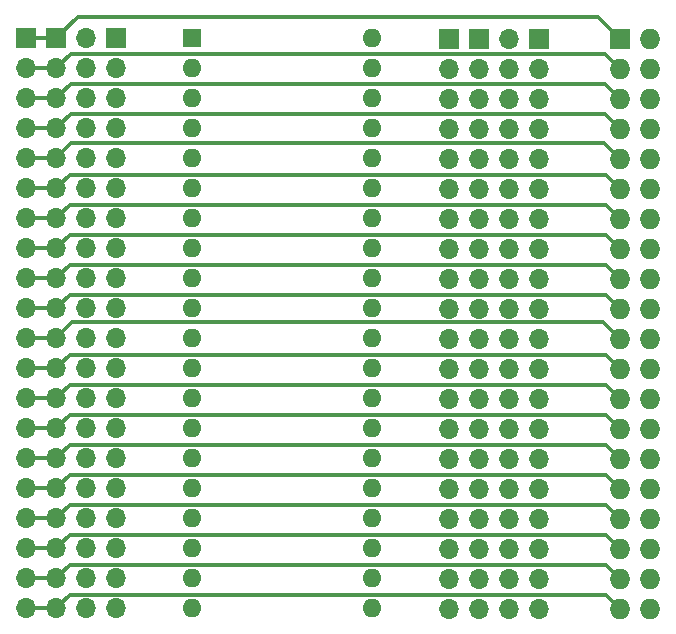
<source format=gbr>
%TF.GenerationSoftware,KiCad,Pcbnew,(5.99.0-7714-g70c397a9b4)*%
%TF.CreationDate,2021-02-07T01:03:56+03:00*%
%TF.ProjectId,dipext-pin_r4,64697065-7874-42d7-9069-6e5f72342e6b,rev?*%
%TF.SameCoordinates,Original*%
%TF.FileFunction,Copper,L2,Bot*%
%TF.FilePolarity,Positive*%
%FSLAX46Y46*%
G04 Gerber Fmt 4.6, Leading zero omitted, Abs format (unit mm)*
G04 Created by KiCad (PCBNEW (5.99.0-7714-g70c397a9b4)) date 2021-02-07 01:03:56*
%MOMM*%
%LPD*%
G01*
G04 APERTURE LIST*
%TA.AperFunction,ComponentPad*%
%ADD10R,1.700000X1.700000*%
%TD*%
%TA.AperFunction,ComponentPad*%
%ADD11O,1.700000X1.700000*%
%TD*%
%TA.AperFunction,ComponentPad*%
%ADD12R,1.600000X1.600000*%
%TD*%
%TA.AperFunction,ComponentPad*%
%ADD13O,1.600000X1.600000*%
%TD*%
%TA.AperFunction,ComponentPad*%
%ADD14R,1.727200X1.727200*%
%TD*%
%TA.AperFunction,ComponentPad*%
%ADD15O,1.727200X1.727200*%
%TD*%
%TA.AperFunction,Conductor*%
%ADD16C,0.304800*%
%TD*%
G04 APERTURE END LIST*
D10*
%TO.P,J7,1,Pin_1*%
%TO.N,/P1*%
X42824399Y-46431201D03*
D11*
%TO.P,J7,2,Pin_2*%
%TO.N,/P2*%
X42824399Y-48971201D03*
%TO.P,J7,3,Pin_3*%
%TO.N,/P3*%
X42824399Y-51511201D03*
%TO.P,J7,4,Pin_4*%
%TO.N,/P4*%
X42824399Y-54051201D03*
%TO.P,J7,5,Pin_5*%
%TO.N,/P5*%
X42824399Y-56591201D03*
%TO.P,J7,6,Pin_6*%
%TO.N,/P6*%
X42824399Y-59131201D03*
%TO.P,J7,7,Pin_7*%
%TO.N,/P7*%
X42824399Y-61671201D03*
%TO.P,J7,8,Pin_8*%
%TO.N,/P8*%
X42824399Y-64211201D03*
%TO.P,J7,9,Pin_9*%
%TO.N,/P9*%
X42824399Y-66751201D03*
%TO.P,J7,10,Pin_10*%
%TO.N,/P10*%
X42824399Y-69291201D03*
%TO.P,J7,11,Pin_11*%
%TO.N,/P11*%
X42824399Y-71831201D03*
%TO.P,J7,12,Pin_12*%
%TO.N,/P12*%
X42824399Y-74371201D03*
%TO.P,J7,13,Pin_13*%
%TO.N,/P13*%
X42824399Y-76911201D03*
%TO.P,J7,14,Pin_14*%
%TO.N,/P14*%
X42824399Y-79451201D03*
%TO.P,J7,15,Pin_15*%
%TO.N,/P15*%
X42824399Y-81991201D03*
%TO.P,J7,16,Pin_16*%
%TO.N,/P16*%
X42824399Y-84531201D03*
%TO.P,J7,17,Pin_17*%
%TO.N,/P17*%
X42824399Y-87071201D03*
%TO.P,J7,18,Pin_18*%
%TO.N,/P18*%
X42824399Y-89611201D03*
%TO.P,J7,19,Pin_19*%
%TO.N,/P19*%
X42824399Y-92151201D03*
%TO.P,J7,20,Pin_20*%
%TO.N,/P20*%
X42824399Y-94691201D03*
%TD*%
D12*
%TO.P,J1,1,Pin_1*%
%TO.N,Net-(J1-Pad1)*%
X56895999Y-46431201D03*
D13*
%TO.P,J1,2,Pin_2*%
%TO.N,Net-(J1-Pad2)*%
X56895999Y-48971201D03*
%TO.P,J1,3,Pin_3*%
%TO.N,Net-(J1-Pad3)*%
X56895999Y-51511201D03*
%TO.P,J1,4,Pin_4*%
%TO.N,Net-(J1-Pad4)*%
X56895999Y-54051201D03*
%TO.P,J1,5,Pin_5*%
%TO.N,Net-(J1-Pad5)*%
X56895999Y-56591201D03*
%TO.P,J1,6,Pin_6*%
%TO.N,Net-(J1-Pad6)*%
X56895999Y-59131201D03*
%TO.P,J1,7,Pin_7*%
%TO.N,Net-(J1-Pad7)*%
X56895999Y-61671201D03*
%TO.P,J1,8,Pin_8*%
%TO.N,Net-(J1-Pad8)*%
X56895999Y-64211201D03*
%TO.P,J1,9,Pin_9*%
%TO.N,Net-(J1-Pad9)*%
X56895999Y-66751201D03*
%TO.P,J1,10,Pin_10*%
%TO.N,Net-(J1-Pad10)*%
X56895999Y-69291201D03*
%TO.P,J1,11,Pin_11*%
%TO.N,Net-(J1-Pad11)*%
X56895999Y-71831201D03*
%TO.P,J1,12,Pin_12*%
%TO.N,Net-(J1-Pad12)*%
X56895999Y-74371201D03*
%TO.P,J1,13,Pin_13*%
%TO.N,Net-(J1-Pad13)*%
X56895999Y-76911201D03*
%TO.P,J1,14,Pin_14*%
%TO.N,Net-(J1-Pad14)*%
X56895999Y-79451201D03*
%TO.P,J1,15,Pin_15*%
%TO.N,Net-(J1-Pad15)*%
X56895999Y-81991201D03*
%TO.P,J1,16,Pin_16*%
%TO.N,Net-(J1-Pad16)*%
X56895999Y-84531201D03*
%TO.P,J1,17,Pin_17*%
%TO.N,Net-(J1-Pad17)*%
X56895999Y-87071201D03*
%TO.P,J1,18,Pin_18*%
%TO.N,Net-(J1-Pad18)*%
X56895999Y-89611201D03*
%TO.P,J1,19,Pin_19*%
%TO.N,Net-(J1-Pad19)*%
X56895999Y-92151201D03*
%TO.P,J1,20,Pin_20*%
%TO.N,Net-(J1-Pad20)*%
X56895999Y-94691201D03*
%TO.P,J1,21,Pin_21*%
%TO.N,Net-(J1-Pad21)*%
X72135999Y-94691201D03*
%TO.P,J1,22,Pin_22*%
%TO.N,Net-(J1-Pad22)*%
X72135999Y-92151201D03*
%TO.P,J1,23,Pin_23*%
%TO.N,Net-(J1-Pad23)*%
X72135999Y-89611201D03*
%TO.P,J1,24,Pin_24*%
%TO.N,Net-(J1-Pad24)*%
X72135999Y-87071201D03*
%TO.P,J1,25,Pin_25*%
%TO.N,Net-(J1-Pad25)*%
X72135999Y-84531201D03*
%TO.P,J1,26,Pin_26*%
%TO.N,Net-(J1-Pad26)*%
X72135999Y-81991201D03*
%TO.P,J1,27,Pin_27*%
%TO.N,Net-(J1-Pad27)*%
X72135999Y-79451201D03*
%TO.P,J1,28,Pin_28*%
%TO.N,Net-(J1-Pad28)*%
X72135999Y-76911201D03*
%TO.P,J1,29,Pin_29*%
%TO.N,Net-(J1-Pad29)*%
X72135999Y-74371201D03*
%TO.P,J1,30,Pin_30*%
%TO.N,Net-(J6-Pad11)*%
X72135999Y-71831201D03*
%TO.P,J1,31,Pin_31*%
%TO.N,Net-(J6-Pad10)*%
X72135999Y-69291201D03*
%TO.P,J1,32,Pin_32*%
%TO.N,Net-(J6-Pad9)*%
X72135999Y-66751201D03*
%TO.P,J1,33,Pin_33*%
%TO.N,Net-(J6-Pad8)*%
X72135999Y-64211201D03*
%TO.P,J1,34,Pin_34*%
%TO.N,Net-(J1-Pad34)*%
X72135999Y-61671201D03*
%TO.P,J1,35,Pin_35*%
%TO.N,Net-(J1-Pad35)*%
X72135999Y-59131201D03*
%TO.P,J1,36,Pin_36*%
%TO.N,Net-(J1-Pad36)*%
X72135999Y-56591201D03*
%TO.P,J1,37,Pin_37*%
%TO.N,Net-(J1-Pad37)*%
X72135999Y-54051201D03*
%TO.P,J1,38,Pin_38*%
%TO.N,Net-(J1-Pad38)*%
X72135999Y-51511201D03*
%TO.P,J1,39,Pin_39*%
%TO.N,Net-(J6-Pad2)*%
X72135999Y-48971201D03*
%TO.P,J1,40,Pin_40*%
%TO.N,Net-(J6-Pad1)*%
X72135999Y-46431201D03*
%TD*%
D14*
%TO.P,J2,1,Pin_1*%
%TO.N,/P1*%
X93065599Y-46456601D03*
D15*
%TO.P,J2,2,Pin_2*%
%TO.N,/P40*%
X95605599Y-46456601D03*
%TO.P,J2,3,Pin_3*%
%TO.N,/P2*%
X93065599Y-48996601D03*
%TO.P,J2,4,Pin_4*%
%TO.N,/P39*%
X95605599Y-48996601D03*
%TO.P,J2,5,Pin_5*%
%TO.N,/P3*%
X93065599Y-51536601D03*
%TO.P,J2,6,Pin_6*%
%TO.N,/P38*%
X95605599Y-51536601D03*
%TO.P,J2,7,Pin_7*%
%TO.N,/P4*%
X93065599Y-54076601D03*
%TO.P,J2,8,Pin_8*%
%TO.N,/P37*%
X95605599Y-54076601D03*
%TO.P,J2,9,Pin_9*%
%TO.N,/P5*%
X93065599Y-56616601D03*
%TO.P,J2,10,Pin_10*%
%TO.N,/P36*%
X95605599Y-56616601D03*
%TO.P,J2,11,Pin_11*%
%TO.N,/P6*%
X93065599Y-59156601D03*
%TO.P,J2,12,Pin_12*%
%TO.N,/P35*%
X95605599Y-59156601D03*
%TO.P,J2,13,Pin_13*%
%TO.N,/P7*%
X93065599Y-61696601D03*
%TO.P,J2,14,Pin_14*%
%TO.N,/P34*%
X95605599Y-61696601D03*
%TO.P,J2,15,Pin_15*%
%TO.N,/P8*%
X93065599Y-64236601D03*
%TO.P,J2,16,Pin_16*%
%TO.N,/P33*%
X95605599Y-64236601D03*
%TO.P,J2,17,Pin_17*%
%TO.N,/P9*%
X93065599Y-66776601D03*
%TO.P,J2,18,Pin_18*%
%TO.N,/P32*%
X95605599Y-66776601D03*
%TO.P,J2,19,Pin_19*%
%TO.N,/P10*%
X93065599Y-69316601D03*
%TO.P,J2,20,Pin_20*%
%TO.N,/P31*%
X95605599Y-69316601D03*
%TO.P,J2,21,Pin_21*%
%TO.N,/P11*%
X93065599Y-71856601D03*
%TO.P,J2,22,Pin_22*%
%TO.N,/P30*%
X95605599Y-71856601D03*
%TO.P,J2,23,Pin_23*%
%TO.N,/P12*%
X93065599Y-74396601D03*
%TO.P,J2,24,Pin_24*%
%TO.N,/P29*%
X95605599Y-74396601D03*
%TO.P,J2,25,Pin_25*%
%TO.N,/P13*%
X93065599Y-76936601D03*
%TO.P,J2,26,Pin_26*%
%TO.N,/P28*%
X95605599Y-76936601D03*
%TO.P,J2,27,Pin_27*%
%TO.N,/P14*%
X93065599Y-79476601D03*
%TO.P,J2,28,Pin_28*%
%TO.N,/P27*%
X95605599Y-79476601D03*
%TO.P,J2,29,Pin_29*%
%TO.N,/P15*%
X93065599Y-82016601D03*
%TO.P,J2,30,Pin_30*%
%TO.N,/P26*%
X95605599Y-82016601D03*
%TO.P,J2,31,Pin_31*%
%TO.N,/P16*%
X93065599Y-84556601D03*
%TO.P,J2,32,Pin_32*%
%TO.N,/P25*%
X95605599Y-84556601D03*
%TO.P,J2,33,Pin_33*%
%TO.N,/P17*%
X93065599Y-87096601D03*
%TO.P,J2,34,Pin_34*%
%TO.N,/P24*%
X95605599Y-87096601D03*
%TO.P,J2,35,Pin_35*%
%TO.N,/P18*%
X93065599Y-89636601D03*
%TO.P,J2,36,Pin_36*%
%TO.N,/P23*%
X95605599Y-89636601D03*
%TO.P,J2,37,Pin_37*%
%TO.N,/P19*%
X93065599Y-92176601D03*
%TO.P,J2,38,Pin_38*%
%TO.N,/P22*%
X95605599Y-92176601D03*
%TO.P,J2,39,Pin_39*%
%TO.N,/P20*%
X93065599Y-94716601D03*
%TO.P,J2,40,Pin_40*%
%TO.N,/P21*%
X95605599Y-94716601D03*
%TD*%
D10*
%TO.P,J3,1,Pin_1*%
%TO.N,/P1*%
X45364399Y-46431201D03*
D11*
%TO.P,J3,2,Pin_2*%
%TO.N,Net-(J1-Pad1)*%
X47904399Y-46431201D03*
%TO.P,J3,3,Pin_3*%
%TO.N,/P2*%
X45364399Y-48971201D03*
%TO.P,J3,4,Pin_4*%
%TO.N,Net-(J1-Pad2)*%
X47904399Y-48971201D03*
%TO.P,J3,5,Pin_5*%
%TO.N,/P3*%
X45364399Y-51511201D03*
%TO.P,J3,6,Pin_6*%
%TO.N,Net-(J1-Pad3)*%
X47904399Y-51511201D03*
%TO.P,J3,7,Pin_7*%
%TO.N,/P4*%
X45364399Y-54051201D03*
%TO.P,J3,8,Pin_8*%
%TO.N,Net-(J1-Pad4)*%
X47904399Y-54051201D03*
%TO.P,J3,9,Pin_9*%
%TO.N,/P5*%
X45364399Y-56591201D03*
%TO.P,J3,10,Pin_10*%
%TO.N,Net-(J1-Pad5)*%
X47904399Y-56591201D03*
%TO.P,J3,11,Pin_11*%
%TO.N,/P6*%
X45364399Y-59131201D03*
%TO.P,J3,12,Pin_12*%
%TO.N,Net-(J1-Pad6)*%
X47904399Y-59131201D03*
%TO.P,J3,13,Pin_13*%
%TO.N,/P7*%
X45364399Y-61671201D03*
%TO.P,J3,14,Pin_14*%
%TO.N,Net-(J1-Pad7)*%
X47904399Y-61671201D03*
%TO.P,J3,15,Pin_15*%
%TO.N,/P8*%
X45364399Y-64211201D03*
%TO.P,J3,16,Pin_16*%
%TO.N,Net-(J1-Pad8)*%
X47904399Y-64211201D03*
%TO.P,J3,17,Pin_17*%
%TO.N,/P9*%
X45364399Y-66751201D03*
%TO.P,J3,18,Pin_18*%
%TO.N,Net-(J1-Pad9)*%
X47904399Y-66751201D03*
%TO.P,J3,19,Pin_19*%
%TO.N,/P10*%
X45364399Y-69291201D03*
%TO.P,J3,20,Pin_20*%
%TO.N,Net-(J1-Pad10)*%
X47904399Y-69291201D03*
%TO.P,J3,21,Pin_21*%
%TO.N,/P11*%
X45364399Y-71831201D03*
%TO.P,J3,22,Pin_22*%
%TO.N,Net-(J1-Pad11)*%
X47904399Y-71831201D03*
%TO.P,J3,23,Pin_23*%
%TO.N,/P12*%
X45364399Y-74371201D03*
%TO.P,J3,24,Pin_24*%
%TO.N,Net-(J1-Pad12)*%
X47904399Y-74371201D03*
%TO.P,J3,25,Pin_25*%
%TO.N,/P13*%
X45364399Y-76911201D03*
%TO.P,J3,26,Pin_26*%
%TO.N,Net-(J1-Pad13)*%
X47904399Y-76911201D03*
%TO.P,J3,27,Pin_27*%
%TO.N,/P14*%
X45364399Y-79451201D03*
%TO.P,J3,28,Pin_28*%
%TO.N,Net-(J1-Pad14)*%
X47904399Y-79451201D03*
%TO.P,J3,29,Pin_29*%
%TO.N,/P15*%
X45364399Y-81991201D03*
%TO.P,J3,30,Pin_30*%
%TO.N,Net-(J1-Pad15)*%
X47904399Y-81991201D03*
%TO.P,J3,31,Pin_31*%
%TO.N,/P16*%
X45364399Y-84531201D03*
%TO.P,J3,32,Pin_32*%
%TO.N,Net-(J1-Pad16)*%
X47904399Y-84531201D03*
%TO.P,J3,33,Pin_33*%
%TO.N,/P17*%
X45364399Y-87071201D03*
%TO.P,J3,34,Pin_34*%
%TO.N,Net-(J1-Pad17)*%
X47904399Y-87071201D03*
%TO.P,J3,35,Pin_35*%
%TO.N,/P18*%
X45364399Y-89611201D03*
%TO.P,J3,36,Pin_36*%
%TO.N,Net-(J1-Pad18)*%
X47904399Y-89611201D03*
%TO.P,J3,37,Pin_37*%
%TO.N,/P19*%
X45364399Y-92151201D03*
%TO.P,J3,38,Pin_38*%
%TO.N,Net-(J1-Pad19)*%
X47904399Y-92151201D03*
%TO.P,J3,39,Pin_39*%
%TO.N,/P20*%
X45364399Y-94691201D03*
%TO.P,J3,40,Pin_40*%
%TO.N,Net-(J1-Pad20)*%
X47904399Y-94691201D03*
%TD*%
D10*
%TO.P,J4,1,Pin_1*%
%TO.N,Net-(J6-Pad1)*%
X81152999Y-46456601D03*
D11*
%TO.P,J4,2,Pin_2*%
%TO.N,/P40*%
X83692999Y-46456601D03*
%TO.P,J4,3,Pin_3*%
%TO.N,Net-(J6-Pad2)*%
X81152999Y-48996601D03*
%TO.P,J4,4,Pin_4*%
%TO.N,/P39*%
X83692999Y-48996601D03*
%TO.P,J4,5,Pin_5*%
%TO.N,Net-(J1-Pad38)*%
X81152999Y-51536601D03*
%TO.P,J4,6,Pin_6*%
%TO.N,/P38*%
X83692999Y-51536601D03*
%TO.P,J4,7,Pin_7*%
%TO.N,Net-(J1-Pad37)*%
X81152999Y-54076601D03*
%TO.P,J4,8,Pin_8*%
%TO.N,/P37*%
X83692999Y-54076601D03*
%TO.P,J4,9,Pin_9*%
%TO.N,Net-(J1-Pad36)*%
X81152999Y-56616601D03*
%TO.P,J4,10,Pin_10*%
%TO.N,/P36*%
X83692999Y-56616601D03*
%TO.P,J4,11,Pin_11*%
%TO.N,Net-(J1-Pad35)*%
X81152999Y-59156601D03*
%TO.P,J4,12,Pin_12*%
%TO.N,/P35*%
X83692999Y-59156601D03*
%TO.P,J4,13,Pin_13*%
%TO.N,Net-(J1-Pad34)*%
X81152999Y-61696601D03*
%TO.P,J4,14,Pin_14*%
%TO.N,/P34*%
X83692999Y-61696601D03*
%TO.P,J4,15,Pin_15*%
%TO.N,Net-(J6-Pad8)*%
X81152999Y-64236601D03*
%TO.P,J4,16,Pin_16*%
%TO.N,/P33*%
X83692999Y-64236601D03*
%TO.P,J4,17,Pin_17*%
%TO.N,Net-(J6-Pad9)*%
X81152999Y-66776601D03*
%TO.P,J4,18,Pin_18*%
%TO.N,/P32*%
X83692999Y-66776601D03*
%TO.P,J4,19,Pin_19*%
%TO.N,Net-(J6-Pad10)*%
X81152999Y-69316601D03*
%TO.P,J4,20,Pin_20*%
%TO.N,/P31*%
X83692999Y-69316601D03*
%TO.P,J4,21,Pin_21*%
%TO.N,Net-(J6-Pad11)*%
X81152999Y-71856601D03*
%TO.P,J4,22,Pin_22*%
%TO.N,/P30*%
X83692999Y-71856601D03*
%TO.P,J4,23,Pin_23*%
%TO.N,Net-(J1-Pad29)*%
X81152999Y-74396601D03*
%TO.P,J4,24,Pin_24*%
%TO.N,/P29*%
X83692999Y-74396601D03*
%TO.P,J4,25,Pin_25*%
%TO.N,Net-(J1-Pad28)*%
X81152999Y-76936601D03*
%TO.P,J4,26,Pin_26*%
%TO.N,/P28*%
X83692999Y-76936601D03*
%TO.P,J4,27,Pin_27*%
%TO.N,Net-(J1-Pad27)*%
X81152999Y-79476601D03*
%TO.P,J4,28,Pin_28*%
%TO.N,/P27*%
X83692999Y-79476601D03*
%TO.P,J4,29,Pin_29*%
%TO.N,Net-(J1-Pad26)*%
X81152999Y-82016601D03*
%TO.P,J4,30,Pin_30*%
%TO.N,/P26*%
X83692999Y-82016601D03*
%TO.P,J4,31,Pin_31*%
%TO.N,Net-(J1-Pad25)*%
X81152999Y-84556601D03*
%TO.P,J4,32,Pin_32*%
%TO.N,/P25*%
X83692999Y-84556601D03*
%TO.P,J4,33,Pin_33*%
%TO.N,Net-(J1-Pad24)*%
X81152999Y-87096601D03*
%TO.P,J4,34,Pin_34*%
%TO.N,/P24*%
X83692999Y-87096601D03*
%TO.P,J4,35,Pin_35*%
%TO.N,Net-(J1-Pad23)*%
X81152999Y-89636601D03*
%TO.P,J4,36,Pin_36*%
%TO.N,/P23*%
X83692999Y-89636601D03*
%TO.P,J4,37,Pin_37*%
%TO.N,Net-(J1-Pad22)*%
X81152999Y-92176601D03*
%TO.P,J4,38,Pin_38*%
%TO.N,/P22*%
X83692999Y-92176601D03*
%TO.P,J4,39,Pin_39*%
%TO.N,Net-(J1-Pad21)*%
X81152999Y-94716601D03*
%TO.P,J4,40,Pin_40*%
%TO.N,/P21*%
X83692999Y-94716601D03*
%TD*%
D10*
%TO.P,J8,1,Pin_1*%
%TO.N,Net-(J1-Pad1)*%
X50444199Y-46431201D03*
D11*
%TO.P,J8,2,Pin_2*%
%TO.N,Net-(J1-Pad2)*%
X50444199Y-48971201D03*
%TO.P,J8,3,Pin_3*%
%TO.N,Net-(J1-Pad3)*%
X50444199Y-51511201D03*
%TO.P,J8,4,Pin_4*%
%TO.N,Net-(J1-Pad4)*%
X50444199Y-54051201D03*
%TO.P,J8,5,Pin_5*%
%TO.N,Net-(J1-Pad5)*%
X50444199Y-56591201D03*
%TO.P,J8,6,Pin_6*%
%TO.N,Net-(J1-Pad6)*%
X50444199Y-59131201D03*
%TO.P,J8,7,Pin_7*%
%TO.N,Net-(J1-Pad7)*%
X50444199Y-61671201D03*
%TO.P,J8,8,Pin_8*%
%TO.N,Net-(J1-Pad8)*%
X50444199Y-64211201D03*
%TO.P,J8,9,Pin_9*%
%TO.N,Net-(J1-Pad9)*%
X50444199Y-66751201D03*
%TO.P,J8,10,Pin_10*%
%TO.N,Net-(J1-Pad10)*%
X50444199Y-69291201D03*
%TO.P,J8,11,Pin_11*%
%TO.N,Net-(J1-Pad11)*%
X50444199Y-71831201D03*
%TO.P,J8,12,Pin_12*%
%TO.N,Net-(J1-Pad12)*%
X50444199Y-74371201D03*
%TO.P,J8,13,Pin_13*%
%TO.N,Net-(J1-Pad13)*%
X50444199Y-76911201D03*
%TO.P,J8,14,Pin_14*%
%TO.N,Net-(J1-Pad14)*%
X50444199Y-79451201D03*
%TO.P,J8,15,Pin_15*%
%TO.N,Net-(J1-Pad15)*%
X50444199Y-81991201D03*
%TO.P,J8,16,Pin_16*%
%TO.N,Net-(J1-Pad16)*%
X50444199Y-84531201D03*
%TO.P,J8,17,Pin_17*%
%TO.N,Net-(J1-Pad17)*%
X50444199Y-87071201D03*
%TO.P,J8,18,Pin_18*%
%TO.N,Net-(J1-Pad18)*%
X50444199Y-89611201D03*
%TO.P,J8,19,Pin_19*%
%TO.N,Net-(J1-Pad19)*%
X50444199Y-92151201D03*
%TO.P,J8,20,Pin_20*%
%TO.N,Net-(J1-Pad20)*%
X50444199Y-94691201D03*
%TD*%
D10*
%TO.P,J6,1,Pin_1*%
%TO.N,Net-(J6-Pad1)*%
X78613399Y-46456601D03*
D11*
%TO.P,J6,2,Pin_2*%
%TO.N,Net-(J6-Pad2)*%
X78613399Y-48996601D03*
%TO.P,J6,3,Pin_3*%
%TO.N,Net-(J1-Pad38)*%
X78613399Y-51536601D03*
%TO.P,J6,4,Pin_4*%
%TO.N,Net-(J1-Pad37)*%
X78613399Y-54076601D03*
%TO.P,J6,5,Pin_5*%
%TO.N,Net-(J1-Pad36)*%
X78613399Y-56616601D03*
%TO.P,J6,6,Pin_6*%
%TO.N,Net-(J1-Pad35)*%
X78613399Y-59156601D03*
%TO.P,J6,7,Pin_7*%
%TO.N,Net-(J1-Pad34)*%
X78613399Y-61696601D03*
%TO.P,J6,8,Pin_8*%
%TO.N,Net-(J6-Pad8)*%
X78613399Y-64236601D03*
%TO.P,J6,9,Pin_9*%
%TO.N,Net-(J6-Pad9)*%
X78613399Y-66776601D03*
%TO.P,J6,10,Pin_10*%
%TO.N,Net-(J6-Pad10)*%
X78613399Y-69316601D03*
%TO.P,J6,11,Pin_11*%
%TO.N,Net-(J6-Pad11)*%
X78613399Y-71856601D03*
%TO.P,J6,12,Pin_12*%
%TO.N,Net-(J1-Pad29)*%
X78613399Y-74396601D03*
%TO.P,J6,13,Pin_13*%
%TO.N,Net-(J1-Pad28)*%
X78613399Y-76936601D03*
%TO.P,J6,14,Pin_14*%
%TO.N,Net-(J1-Pad27)*%
X78613399Y-79476601D03*
%TO.P,J6,15,Pin_15*%
%TO.N,Net-(J1-Pad26)*%
X78613399Y-82016601D03*
%TO.P,J6,16,Pin_16*%
%TO.N,Net-(J1-Pad25)*%
X78613399Y-84556601D03*
%TO.P,J6,17,Pin_17*%
%TO.N,Net-(J1-Pad24)*%
X78613399Y-87096601D03*
%TO.P,J6,18,Pin_18*%
%TO.N,Net-(J1-Pad23)*%
X78613399Y-89636601D03*
%TO.P,J6,19,Pin_19*%
%TO.N,Net-(J1-Pad22)*%
X78613399Y-92176601D03*
%TO.P,J6,20,Pin_20*%
%TO.N,Net-(J1-Pad21)*%
X78613399Y-94716601D03*
%TD*%
D10*
%TO.P,J5,1,Pin_1*%
%TO.N,/P40*%
X86232599Y-46456601D03*
D11*
%TO.P,J5,2,Pin_2*%
%TO.N,/P39*%
X86232599Y-48996601D03*
%TO.P,J5,3,Pin_3*%
%TO.N,/P38*%
X86232599Y-51536601D03*
%TO.P,J5,4,Pin_4*%
%TO.N,/P37*%
X86232599Y-54076601D03*
%TO.P,J5,5,Pin_5*%
%TO.N,/P36*%
X86232599Y-56616601D03*
%TO.P,J5,6,Pin_6*%
%TO.N,/P35*%
X86232599Y-59156601D03*
%TO.P,J5,7,Pin_7*%
%TO.N,/P34*%
X86232599Y-61696601D03*
%TO.P,J5,8,Pin_8*%
%TO.N,/P33*%
X86232599Y-64236601D03*
%TO.P,J5,9,Pin_9*%
%TO.N,/P32*%
X86232599Y-66776601D03*
%TO.P,J5,10,Pin_10*%
%TO.N,/P31*%
X86232599Y-69316601D03*
%TO.P,J5,11,Pin_11*%
%TO.N,/P30*%
X86232599Y-71856601D03*
%TO.P,J5,12,Pin_12*%
%TO.N,/P29*%
X86232599Y-74396601D03*
%TO.P,J5,13,Pin_13*%
%TO.N,/P28*%
X86232599Y-76936601D03*
%TO.P,J5,14,Pin_14*%
%TO.N,/P27*%
X86232599Y-79476601D03*
%TO.P,J5,15,Pin_15*%
%TO.N,/P26*%
X86232599Y-82016601D03*
%TO.P,J5,16,Pin_16*%
%TO.N,/P25*%
X86232599Y-84556601D03*
%TO.P,J5,17,Pin_17*%
%TO.N,/P24*%
X86232599Y-87096601D03*
%TO.P,J5,18,Pin_18*%
%TO.N,/P23*%
X86232599Y-89636601D03*
%TO.P,J5,19,Pin_19*%
%TO.N,/P22*%
X86232599Y-92176601D03*
%TO.P,J5,20,Pin_20*%
%TO.N,/P21*%
X86232599Y-94716601D03*
%TD*%
D16*
%TO.N,/P20*%
X42824399Y-94691201D02*
X45364399Y-94691201D01*
%TO.N,/P19*%
X42824399Y-92151201D02*
X45364399Y-92151201D01*
%TO.N,/P18*%
X42824399Y-89611201D02*
X45364399Y-89611201D01*
%TO.N,/P17*%
X42824399Y-87071201D02*
X45364399Y-87071201D01*
%TO.N,/P16*%
X42824399Y-84531201D02*
X45364399Y-84531201D01*
%TO.N,/P15*%
X42824399Y-81991201D02*
X45364399Y-81991201D01*
%TO.N,/P14*%
X42824399Y-79451201D02*
X45364399Y-79451201D01*
%TO.N,/P13*%
X42824399Y-76911201D02*
X45364399Y-76911201D01*
%TO.N,/P12*%
X42824399Y-74371201D02*
X45364399Y-74371201D01*
%TO.N,/P11*%
X42824399Y-71831201D02*
X45364399Y-71831201D01*
%TO.N,/P10*%
X42824399Y-69291201D02*
X45364399Y-69291201D01*
%TO.N,/P9*%
X42824399Y-66751201D02*
X45364399Y-66751201D01*
%TO.N,/P8*%
X42824399Y-64211201D02*
X45364399Y-64211201D01*
%TO.N,/P7*%
X42824399Y-61671201D02*
X45364399Y-61671201D01*
%TO.N,/P6*%
X42824399Y-59131201D02*
X45364399Y-59131201D01*
%TO.N,/P5*%
X42824399Y-56591201D02*
X45364399Y-56591201D01*
%TO.N,/P4*%
X42824399Y-54051201D02*
X45364399Y-54051201D01*
%TO.N,/P3*%
X42824399Y-51511201D02*
X45364399Y-51511201D01*
%TO.N,/P2*%
X42824399Y-48971201D02*
X45364399Y-48971201D01*
%TO.N,/P1*%
X42824399Y-46431201D02*
X45364399Y-46431201D01*
X91211399Y-44602401D02*
X47193199Y-44602401D01*
X93065599Y-46456601D02*
X91211399Y-44602401D01*
X47193199Y-44602401D02*
X45364399Y-46431201D01*
%TO.N,/P2*%
X93065599Y-48996601D02*
X91820999Y-47752001D01*
X91820999Y-47752001D02*
X46583599Y-47752001D01*
X46583599Y-47752001D02*
X45364399Y-48971201D01*
%TO.N,/P3*%
X93065599Y-51536601D02*
X91820999Y-50292001D01*
X91820999Y-50292001D02*
X46583599Y-50292001D01*
X46583599Y-50292001D02*
X45364399Y-51511201D01*
%TO.N,/P4*%
X91820999Y-52832001D02*
X46583599Y-52832001D01*
X93065599Y-54076601D02*
X91820999Y-52832001D01*
X46583599Y-52832001D02*
X45364399Y-54051201D01*
%TO.N,/P5*%
X46659799Y-55295801D02*
X45364399Y-56591201D01*
X91744799Y-55295801D02*
X46659799Y-55295801D01*
X93065599Y-56616601D02*
X91744799Y-55295801D01*
%TO.N,/P6*%
X93065599Y-59156601D02*
X91885398Y-57976400D01*
X46519200Y-57976400D02*
X45364399Y-59131201D01*
X91885398Y-57976400D02*
X46519200Y-57976400D01*
%TO.N,/P7*%
X46519200Y-60516400D02*
X45364399Y-61671201D01*
X91885398Y-60516400D02*
X46519200Y-60516400D01*
X93065599Y-61696601D02*
X91885398Y-60516400D01*
%TO.N,/P8*%
X93065599Y-64236601D02*
X91885398Y-63056400D01*
X91885398Y-63056400D02*
X46519200Y-63056400D01*
X46519200Y-63056400D02*
X45364399Y-64211201D01*
%TO.N,/P9*%
X91885398Y-65596400D02*
X46519200Y-65596400D01*
X46519200Y-65596400D02*
X45364399Y-66751201D01*
X93065599Y-66776601D02*
X91885398Y-65596400D01*
%TO.N,/P10*%
X91885398Y-68136400D02*
X46519200Y-68136400D01*
X93065599Y-69316601D02*
X91885398Y-68136400D01*
X46519200Y-68136400D02*
X45364399Y-69291201D01*
%TO.N,/P11*%
X46724198Y-70471402D02*
X45364399Y-71831201D01*
X91680400Y-70471402D02*
X46724198Y-70471402D01*
X93065599Y-71856601D02*
X91680400Y-70471402D01*
%TO.N,/P12*%
X46519200Y-73216400D02*
X45364399Y-74371201D01*
X93065599Y-74396601D02*
X91885398Y-73216400D01*
X91885398Y-73216400D02*
X46519200Y-73216400D01*
%TO.N,/P13*%
X93065599Y-76936601D02*
X91885398Y-75756400D01*
X91885398Y-75756400D02*
X46519200Y-75756400D01*
X46519200Y-75756400D02*
X45364399Y-76911201D01*
%TO.N,/P14*%
X46519200Y-78296400D02*
X45364399Y-79451201D01*
X93065599Y-79476601D02*
X91885398Y-78296400D01*
X91885398Y-78296400D02*
X46519200Y-78296400D01*
%TO.N,/P15*%
X93065599Y-82016601D02*
X91885398Y-80836400D01*
X46519200Y-80836400D02*
X45364399Y-81991201D01*
X91885398Y-80836400D02*
X46519200Y-80836400D01*
%TO.N,/P16*%
X93065599Y-84556601D02*
X91885398Y-83376400D01*
X46519200Y-83376400D02*
X45364399Y-84531201D01*
X91885398Y-83376400D02*
X46519200Y-83376400D01*
%TO.N,/P17*%
X91885398Y-85916400D02*
X46519200Y-85916400D01*
X93065599Y-87096601D02*
X91885398Y-85916400D01*
X46519200Y-85916400D02*
X45364399Y-87071201D01*
%TO.N,/P18*%
X93065599Y-89636601D02*
X91885398Y-88456400D01*
X91885398Y-88456400D02*
X46519200Y-88456400D01*
X46519200Y-88456400D02*
X45364399Y-89611201D01*
%TO.N,/P19*%
X93065599Y-92176601D02*
X91885398Y-90996400D01*
X46519200Y-90996400D02*
X45364399Y-92151201D01*
X91885398Y-90996400D02*
X46519200Y-90996400D01*
%TO.N,/P20*%
X91885398Y-93536400D02*
X46519200Y-93536400D01*
X93065599Y-94716601D02*
X91885398Y-93536400D01*
X46519200Y-93536400D02*
X45364399Y-94691201D01*
%TD*%
M02*

</source>
